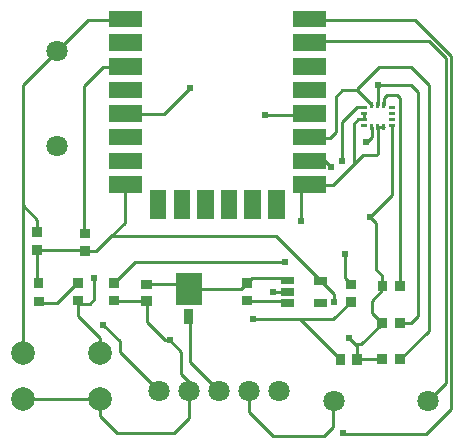
<source format=gtl>
G04 Layer: TopLayer*
G04 EasyEDA Pro v1.8.39.fb3963, 2022-11-08 16:35:25*
G04 Gerber Generator version 0.3*
G04 Scale: 100 percent, Rotated: No, Reflected: No*
G04 Dimensions in millimeters*
G04 Leading zeros omitted, absolute positions, 3 integers and 3 decimals*
%FSLAX33Y33*%
%MOMM*%
%ADD10C,1.99898*%
%ADD11C,1.80086*%
%ADD12C,1.799996*%
%ADD13C,0.610001*%
%ADD14C,0.254*%
G75*


G04 Pad Start*
G36*
G01X24688Y-19995D02*
G01X27488Y-19995D01*
G01Y-18595D01*
G01X24688D01*
G01Y-19995D01*
G37*
G36*
G01X24688Y-21995D02*
G01X27488Y-21995D01*
G01Y-20595D01*
G01X24688D01*
G01Y-21995D01*
G37*
G36*
G01X24688Y-23995D02*
G01X27488Y-23995D01*
G01Y-22595D01*
G01X24688D01*
G01Y-23995D01*
G37*
G36*
G01X9088Y-23995D02*
G01X11888Y-23995D01*
G01Y-22595D01*
G01X9088D01*
G01Y-23995D01*
G37*
G36*
G01X9088Y-21995D02*
G01X11888Y-21995D01*
G01Y-20595D01*
G01X9088D01*
G01Y-21995D01*
G37*
G36*
G01X9088Y-19995D02*
G01X11888Y-19995D01*
G01Y-18595D01*
G01X9088D01*
G01Y-19995D01*
G37*
G36*
G01X9088Y-17995D02*
G01X11888Y-17995D01*
G01Y-16595D01*
G01X9088D01*
G01Y-17995D01*
G37*
G36*
G01X9088Y-15995D02*
G01X11888Y-15995D01*
G01Y-14595D01*
G01X9088D01*
G01Y-15995D01*
G37*
G36*
G01X9088Y-13995D02*
G01X11888Y-13995D01*
G01Y-12595D01*
G01X9088D01*
G01Y-13995D01*
G37*
G36*
G01X9088Y-11995D02*
G01X11888Y-11995D01*
G01Y-10595D01*
G01X9088D01*
G01Y-11995D01*
G37*
G36*
G01X9088Y-9995D02*
G01X11888Y-9995D01*
G01Y-8595D01*
G01X9088D01*
G01Y-9995D01*
G37*
G36*
G01X14588Y-26245D02*
G01X15988Y-26245D01*
G01Y-23745D01*
G01X14588D01*
G01Y-26245D01*
G37*
G36*
G01X12588Y-26245D02*
G01X13988Y-26245D01*
G01Y-23745D01*
G01X12588D01*
G01Y-26245D01*
G37*
G36*
G01X24688Y-9995D02*
G01X27488Y-9995D01*
G01Y-8595D01*
G01X24688D01*
G01Y-9995D01*
G37*
G36*
G01X24688Y-11995D02*
G01X27488Y-11995D01*
G01Y-10595D01*
G01X24688D01*
G01Y-11995D01*
G37*
G36*
G01X24688Y-13995D02*
G01X27488Y-13995D01*
G01Y-12595D01*
G01X24688D01*
G01Y-13995D01*
G37*
G36*
G01X24688Y-15995D02*
G01X27488Y-15995D01*
G01Y-14595D01*
G01X24688D01*
G01Y-15995D01*
G37*
G36*
G01X24688Y-17995D02*
G01X27488Y-17995D01*
G01Y-16595D01*
G01X24688D01*
G01Y-17995D01*
G37*
G36*
G01X16588Y-26245D02*
G01X17988Y-26245D01*
G01Y-23745D01*
G01X16588D01*
G01Y-26245D01*
G37*
G36*
G01X18588Y-26245D02*
G01X19988Y-26245D01*
G01Y-23745D01*
G01X18588D01*
G01Y-26245D01*
G37*
G36*
G01X20588Y-26245D02*
G01X21988Y-26245D01*
G01Y-23745D01*
G01X20588D01*
G01Y-26245D01*
G37*
G36*
G01X22588Y-26245D02*
G01X23988Y-26245D01*
G01Y-23745D01*
G01X22588D01*
G01Y-26245D01*
G37*
G36*
G01X24809Y-33026D02*
G01X23705Y-33026D01*
G01Y-33649D01*
G01X24809D01*
G01Y-33026D01*
G37*
G36*
G01X24809Y-32087D02*
G01X23705Y-32087D01*
G01Y-32709D01*
G01X24809D01*
G01Y-32087D01*
G37*
G36*
G01X24809Y-31121D02*
G01X23705Y-31121D01*
G01Y-31744D01*
G01X24809D01*
G01Y-31121D01*
G37*
G36*
G01X27603Y-31147D02*
G01X26499Y-31147D01*
G01Y-31769D01*
G01X27603D01*
G01Y-31147D01*
G37*
G36*
G01X27603Y-33026D02*
G01X26499Y-33026D01*
G01Y-33649D01*
G01X27603D01*
G01Y-33026D01*
G37*
G36*
G01X11869Y-32150D02*
G01X12769Y-32150D01*
G01Y-31350D01*
G01X11869D01*
G01Y-32150D01*
G37*
G36*
G01X11869Y-33550D02*
G01X12769Y-33550D01*
G01Y-32750D01*
G01X11869D01*
G01Y-33550D01*
G37*
G36*
G01X16975Y-30781D02*
G01X14775Y-30781D01*
G01Y-33481D01*
G01X16975D01*
G01Y-30781D01*
G37*
G36*
G01X16262Y-33866D02*
G01X15492Y-33866D01*
G01Y-35136D01*
G01X16262D01*
G01Y-33866D01*
G37*
G36*
G01X30023Y-32853D02*
G01X29159Y-32853D01*
G01Y-33660D01*
G01X30023D01*
G01Y-32853D01*
G37*
G36*
G01X30023Y-31347D02*
G01X29159Y-31347D01*
G01Y-32153D01*
G01X30023D01*
G01Y-31347D01*
G37*
G36*
G01X7544Y-28535D02*
G01X6680Y-28535D01*
G01Y-29342D01*
G01X7544D01*
G01Y-28535D01*
G37*
G36*
G01X7544Y-27029D02*
G01X6680Y-27029D01*
G01Y-27835D01*
G01X7544D01*
G01Y-27029D01*
G37*
G54D10*
G01X8329Y-41448D03*
G01X1829Y-41448D03*
G01X1829Y-37546D03*
G01X8329Y-37546D03*
G36*
G01X3480Y-28426D02*
G01X2616Y-28426D01*
G01Y-29232D01*
G01X3480D01*
G01Y-28426D01*
G37*
G36*
G01X3480Y-26919D02*
G01X2616Y-26919D01*
G01Y-27726D01*
G01X3480D01*
G01Y-26919D01*
G37*
G36*
G01X6045Y-32026D02*
G01X6909Y-32026D01*
G01Y-31220D01*
G01X6045D01*
G01Y-32026D01*
G37*
G36*
G01X6045Y-33533D02*
G01X6909Y-33533D01*
G01Y-32726D01*
G01X6045D01*
G01Y-33533D01*
G37*
G36*
G01X3580Y-33623D02*
G01X3580Y-32823D01*
G01X2780D01*
G01Y-33623D01*
G01X3580D01*
G37*
G36*
G01X3575Y-32023D02*
G01X3575Y-31223D01*
G01X2775D01*
G01Y-32023D01*
G01X3575D01*
G37*
G36*
G01X21260Y-32726D02*
G01X20396Y-32726D01*
G01Y-33533D01*
G01X21260D01*
G01Y-32726D01*
G37*
G36*
G01X21260Y-31220D02*
G01X20396Y-31220D01*
G01Y-32026D01*
G01X21260D01*
G01Y-31220D01*
G37*
G36*
G01X29702Y-37650D02*
G01X29702Y-38550D01*
G01X30502D01*
G01Y-37650D01*
G01X29702D01*
G37*
G36*
G01X28302Y-37650D02*
G01X28302Y-38550D01*
G01X29102D01*
G01Y-37650D01*
G01X28302D01*
G37*
G54D11*
G01X4699Y-12001D03*
G01X4699Y-20002D03*
G01X36132Y-41656D03*
G01X28131Y-41656D03*
G54D12*
G01X13335Y-40767D03*
G01X15875Y-40767D03*
G01X18415Y-40767D03*
G01X20955Y-40767D03*
G01X23495Y-40767D03*
G36*
G01X32679Y-32309D02*
G01X32679Y-31445D01*
G01X31872D01*
G01Y-32309D01*
G01X32679D01*
G37*
G36*
G01X34185Y-32309D02*
G01X34185Y-31445D01*
G01X33379D01*
G01Y-32309D01*
G01X34185D01*
G37*
G36*
G01X32661Y-38532D02*
G01X32661Y-37668D01*
G01X31855D01*
G01Y-38532D01*
G01X32661D01*
G37*
G36*
G01X34168Y-38532D02*
G01X34168Y-37668D01*
G01X33361D01*
G01Y-38532D01*
G01X34168D01*
G37*
G36*
G01X32661Y-35484D02*
G01X32661Y-34620D01*
G01X31855D01*
G01Y-35484D01*
G01X32661D01*
G37*
G36*
G01X34168Y-35484D02*
G01X34168Y-34620D01*
G01X33361D01*
G01Y-35484D01*
G01X34168D01*
G37*
G36*
G01X30451Y-16637D02*
G01X30451Y-16916D01*
G01X30951D01*
G01Y-16637D01*
G01X30451D01*
G37*
G36*
G01X30451Y-17137D02*
G01X30451Y-17417D01*
G01X30951D01*
G01Y-17137D01*
G01X30451D01*
G37*
G36*
G01X30451Y-17635D02*
G01X30451Y-17915D01*
G01X30951D01*
G01Y-17635D01*
G01X30451D01*
G37*
G36*
G01X30451Y-18136D02*
G01X30451Y-18415D01*
G01X30951D01*
G01Y-18136D01*
G01X30451D01*
G37*
G36*
G01X31237Y-18200D02*
G01X31237Y-18701D01*
G01X31516D01*
G01Y-18200D01*
G01X31237D01*
G37*
G36*
G01X31737Y-18200D02*
G01X31737Y-18701D01*
G01X32017D01*
G01Y-18200D01*
G01X31737D01*
G37*
G36*
G01X32238Y-18200D02*
G01X32238Y-18701D01*
G01X32517D01*
G01Y-18200D01*
G01X32238D01*
G37*
G36*
G01X32803Y-18136D02*
G01X32803Y-18415D01*
G01X33303D01*
G01Y-18136D01*
G01X32803D01*
G37*
G36*
G01X32803Y-17635D02*
G01X32803Y-17915D01*
G01X33303D01*
G01Y-17635D01*
G01X32803D01*
G37*
G36*
G01X32803Y-17137D02*
G01X32803Y-17417D01*
G01X33303D01*
G01Y-17137D01*
G01X32803D01*
G37*
G36*
G01X32803Y-16637D02*
G01X32803Y-16916D01*
G01X33303D01*
G01Y-16637D01*
G01X32803D01*
G37*
G36*
G01X32238Y-16351D02*
G01X32238Y-16852D01*
G01X32517D01*
G01Y-16351D01*
G01X32238D01*
G37*
G36*
G01X31737Y-16351D02*
G01X31737Y-16852D01*
G01X32017D01*
G01Y-16351D01*
G01X31737D01*
G37*
G36*
G01X31237Y-16351D02*
G01X31237Y-16852D01*
G01X31516D01*
G01Y-16351D01*
G01X31237D01*
G37*
G36*
G01X9957Y-32726D02*
G01X9093Y-32726D01*
G01Y-33533D01*
G01X9957D01*
G01Y-32726D01*
G37*
G36*
G01X9957Y-31220D02*
G01X9093Y-31220D01*
G01Y-32026D01*
G01X9957D01*
G01Y-31220D01*
G37*
G04 Pad End*

G04 Via Start*
G54D13*
G01X28956Y-44323D03*
G01X8636Y-35179D03*
G01X7874Y-31242D03*
G01X22352Y-17399D03*
G01X14252Y-36484D03*
G01X22987Y-32385D03*
G01X21282Y-34725D03*
G01X28194Y-33274D03*
G01X29464Y-36322D03*
G01X25400Y-26416D03*
G01X29083Y-29210D03*
G01X27940Y-21844D03*
G01X31242Y-26035D03*
G01X30861Y-19685D03*
G01X24003Y-29845D03*
G01X28829Y-21336D03*
G01X31877Y-14859D03*
G01X16002Y-15113D03*
G04 Via End*

G04 Track Start*
G54D14*
G01X18415Y-40767D02*
G01X16002Y-38354D01*
G01X16002Y-34627D02*
G01X15877Y-34501D01*
G01X16002Y-38354D02*
G01X16002Y-34627D01*
G01X15875Y-40767D02*
G01X15875Y-43053D01*
G01X14605Y-44323D01*
G01X9779D01*
G01X8329Y-42873D02*
G01X8329Y-41448D01*
G01X9779Y-44323D02*
G01X8329Y-42873D01*
G01X8329Y-41448D02*
G01X1829Y-41448D01*
G01X8329Y-37546D02*
G01X8329Y-36269D01*
G01X15875Y-40767D02*
G01X15875Y-40005D01*
G01X15240Y-39370D01*
G01X15240Y-37473D02*
G01X15240Y-39370D01*
G01X1829Y-14872D02*
G01X4699Y-12001D01*
G01X7366Y-9335D01*
G01X10435D01*
G01X1829Y-37546D02*
G01X1829Y-25070D01*
G01Y-14872D01*
G01X3048Y-26289D02*
G01X3048Y-27187D01*
G01X3048Y-26289D02*
G01X1829Y-25070D01*
G01X3048Y-28829D02*
G01X7002Y-28829D01*
G01X7112Y-28939D01*
G01X8018D01*
G01X23279Y-27686D02*
G01X27051Y-31458D01*
G01X9271Y-27686D02*
G01X23279Y-27686D01*
G01X9271Y-27686D02*
G01X8018Y-28939D01*
G01X9271Y-27686D02*
G01X10435Y-26522D01*
G01Y-23335D01*
G01X20955Y-40767D02*
G01X20955Y-42545D01*
G01X22987Y-44577D01*
G01X27305D01*
G01X28067Y-43815D01*
G01Y-41719D01*
G01X28131Y-41656D01*
G01X26194Y-11176D02*
G01X26035Y-11335D01*
G01X26035Y-9335D02*
G01X34989Y-9335D01*
G01X38100Y-42291D02*
G01X35941Y-44450D01*
G01X29083D01*
G01X28956Y-44323D01*
G01X34989Y-9335D02*
G01X38100Y-12446D01*
G01Y-42291D01*
G01X13335Y-40767D02*
G01X10033Y-37465D01*
G01X8636Y-35179D02*
G01X10033Y-36576D01*
G01Y-37465D01*
G01X22352Y-17399D02*
G01X25971Y-17399D01*
G01X26035Y-17335D01*
G01X20828Y-33130D02*
G01X24049Y-33130D01*
G01X24257Y-33337D01*
G01X15240Y-37473D02*
G01X14252Y-36484D01*
G01X22987Y-32385D02*
G01X24244Y-32385D01*
G01X24257Y-32398D01*
G01X21282Y-34725D02*
G01X25327Y-34725D01*
G01X28702Y-38100D01*
G01X29591Y-33257D02*
G01X28123Y-34725D01*
G01X25327D01*
G01X20828Y-31623D02*
G01X21209Y-31242D01*
G01X24067D01*
G01X24257Y-31432D01*
G01X30102Y-38100D02*
G01X30102Y-36960D01*
G01X25400Y-26416D02*
G01X25400Y-23970D01*
G01X26035Y-23335D02*
G01X28100Y-23335D01*
G01X31877Y-18451D02*
G01X32377Y-18451D01*
G01X30701Y-17775D02*
G01X30701Y-17277D01*
G01X29083Y-29210D02*
G01X29083Y-31242D01*
G01X27431Y-21335D02*
G01X26035Y-21335D01*
G01X27940Y-21844D02*
G01X27431Y-21335D01*
G01X31877Y-14859D02*
G01X31877Y-16601D01*
G01X31377Y-16601D02*
G01X30110Y-15335D01*
G01X30102Y-38100D02*
G01X32258Y-38100D01*
G01X29957Y-36815D02*
G01X30495Y-36815D01*
G01X30102Y-36960D02*
G01X29957Y-36815D01*
G01X29464Y-36322D01*
G01X31369Y-33147D02*
G01X31369Y-34163D01*
G01X32156Y-34950D01*
G01Y-35154D01*
G01X30495Y-36815D02*
G01X32156Y-35154D01*
G01X32258Y-35052D01*
G01X31377Y-18451D02*
G01X31377Y-19296D01*
G01X30988Y-19685D02*
G01X31377Y-19296D01*
G01X31242Y-26035D02*
G01X33053Y-24224D01*
G01Y-18275D01*
G01X32275Y-31877D02*
G01X32258Y-31894D01*
G01Y-32258D01*
G01X31369Y-33147D01*
G01X31750Y-26543D02*
G01X31242Y-26035D01*
G01X32275Y-31877D02*
G01X32275Y-31005D01*
G01X31750Y-30480D01*
G01Y-26543D01*
G01X36132Y-41656D02*
G01X37694Y-40094D01*
G01Y-12614D01*
G01X36255Y-11176D01*
G01X26194D01*
G01X33782Y-16002D02*
G01X33782Y-31877D01*
G01X32639Y-15748D02*
G01X33528Y-15748D01*
G01X32639Y-15748D02*
G01X32385Y-16002D01*
G01Y-16594D01*
G01X32377Y-16601D01*
G01X33528Y-15748D02*
G01X33782Y-16002D01*
G01X33765Y-35052D02*
G01X34671Y-35052D01*
G01X35306Y-34417D01*
G01X31877Y-14859D02*
G01X34671Y-14859D01*
G01X35306Y-34417D02*
G01X35306Y-15494D01*
G01X34671Y-14859D02*
G01X35306Y-15494D01*
G01X33765Y-38100D02*
G01X36195Y-35670D01*
G01X36195Y-14859D02*
G01X34671Y-13335D01*
G01X36195Y-14859D02*
G01X36195Y-35670D01*
G01X31877Y-20701D02*
G01X31877Y-18451D01*
G01X30861Y-19685D02*
G01X30988Y-19685D01*
G01X6350Y-31750D02*
G01X4750Y-33350D01*
G01X3307D01*
G01X8329Y-36269D02*
G01X6477Y-34417D01*
G01Y-33401D01*
G01X7874Y-31242D02*
G01X7874Y-33020D01*
G01X6477Y-33401D02*
G01X7493Y-33401D01*
G01X7874Y-33020D02*
G01X7493Y-33401D01*
G01X14252Y-36484D02*
G01X13878Y-36484D01*
G01X12319Y-33150D02*
G01X12319Y-34925D01*
G01X13878Y-36484D01*
G01X9525Y-33130D02*
G01X12299Y-33130D01*
G01X12319Y-33150D01*
G01X29083Y-31242D02*
G01X29591Y-31750D01*
G01X30607Y-20828D02*
G01X31750Y-20828D01*
G01X31877Y-20701D01*
G01X29972Y-21463D02*
G01X30607Y-20828D01*
G01X28100Y-23335D02*
G01X29972Y-21463D01*
G01X30231Y-17775D02*
G01X30701Y-17775D01*
G01X29972Y-21463D02*
G01X29845Y-21336D01*
G01Y-18161D01*
G01X30231Y-17775D01*
G01X9525Y-31623D02*
G01X11303Y-29845D01*
G01X24003D01*
G01X25400Y-23970D02*
G01X26035Y-23335D01*
G01X30701Y-16777D02*
G01X30086Y-16777D01*
G01X28829Y-18034D01*
G01X28829Y-21336D02*
G01X28829Y-18034D01*
G01X26035Y-19335D02*
G01X27867Y-19335D01*
G01X28321Y-18881D01*
G01Y-15875D01*
G01X28861Y-15335D01*
G01X30110D01*
G01X10435Y-13335D02*
G01X8604Y-13335D01*
G01X6985Y-14954D01*
G01X6985Y-27305D02*
G01X7112Y-27432D01*
G01X6985Y-14954D02*
G01X6985Y-27305D01*
G01X16002Y-15113D02*
G01X13780Y-17335D01*
G01X10435D01*
G01X12319Y-31750D02*
G01X15494Y-31750D01*
G01X15875Y-32131D01*
G01X20320D01*
G01X20828Y-31623D01*
G01X34671Y-13335D02*
G01X32004Y-13335D01*
G01X30110Y-15229D01*
G01Y-15335D01*
G01X3175Y-31623D02*
G01X3175Y-31496D01*
G01X3048Y-31369D01*
G01Y-28829D01*
G01X28194Y-32601D02*
G01X27051Y-31458D01*
G01X28194Y-33274D02*
G01X28194Y-32601D01*
G04 Track End*

M02*

</source>
